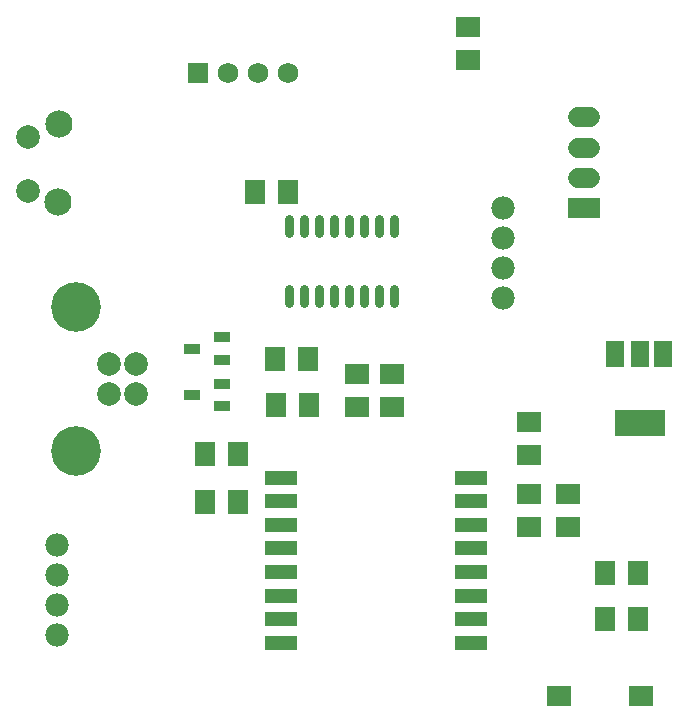
<source format=gts>
G04 Layer: TopSolderMaskLayer*
G04 EasyEDA v5.9.42, Sat, 09 Mar 2019 23:57:52 GMT*
G04 162059df4c4b4fe6933ecd086f83df09*
G04 Gerber Generator version 0.2*
G04 Scale: 100 percent, Rotated: No, Reflected: No *
G04 Dimensions in millimeters *
G04 leading zeros omitted , absolute positions ,3 integer and 3 decimal *
%FSLAX33Y33*%
%MOMM*%
G90*
G71D02*

%ADD37C,0.803199*%
%ADD38C,1.727200*%
%ADD39C,1.981200*%
%ADD40R,1.453210X0.903199*%
%ADD41C,2.003196*%
%ADD42C,4.203192*%
%ADD43R,2.703195X1.303198*%
%ADD44R,4.216400X2.209800*%
%ADD45R,1.498600X2.209800*%
%ADD46R,2.003196X1.803197*%
%ADD47R,1.803400X2.004060*%
%ADD48R,2.004060X1.803400*%
%ADD49C,2.303196*%
%ADD50R,1.727200X1.727200*%
%ADD51R,2.703195X1.727200*%

%LPD*%
G54D37*
G01X33669Y44211D02*
G01X33669Y45413D01*
G01X32399Y44211D02*
G01X32399Y45413D01*
G01X31129Y44211D02*
G01X31129Y45413D01*
G01X29859Y44211D02*
G01X29859Y45413D01*
G01X28589Y44211D02*
G01X28589Y45413D01*
G01X27319Y44211D02*
G01X27319Y45413D01*
G01X26049Y44211D02*
G01X26049Y45413D01*
G01X24779Y44211D02*
G01X24779Y45413D01*
G01X33669Y38268D02*
G01X33669Y39469D01*
G01X32399Y38268D02*
G01X32399Y39469D01*
G01X31129Y38268D02*
G01X31129Y39469D01*
G01X29859Y38268D02*
G01X29859Y39469D01*
G01X28589Y38268D02*
G01X28589Y39469D01*
G01X27319Y38268D02*
G01X27319Y39469D01*
G01X26049Y38268D02*
G01X26049Y39469D01*
G01X24779Y38268D02*
G01X24779Y39469D01*
G54D38*
G01X50258Y51412D02*
G01X49280Y51412D01*
G01X50258Y48862D02*
G01X49280Y48862D01*
G01X50258Y54001D02*
G01X49280Y54001D01*
G54D39*
G01X42869Y38712D03*
G01X42869Y41252D03*
G01X42869Y43792D03*
G01X42869Y46332D03*
G54D40*
G01X16570Y30512D03*
G01X19069Y31462D03*
G01X19069Y29562D03*
G54D41*
G01X11800Y30600D03*
G01X11800Y33140D03*
G01X9514Y33140D03*
G01X9514Y30600D03*
G54D42*
G01X6720Y25774D03*
G01X6720Y37966D03*
G54D43*
G01X40198Y23499D03*
G01X40198Y21500D03*
G01X40198Y19498D03*
G01X40198Y17499D03*
G01X40198Y15498D03*
G01X40198Y13499D03*
G01X40198Y11500D03*
G01X40198Y9498D03*
G01X24100Y23499D03*
G01X24100Y21500D03*
G01X24100Y19498D03*
G01X24100Y17499D03*
G01X24100Y15498D03*
G01X24100Y13499D03*
G01X24100Y11500D03*
G01X24100Y9498D03*
G54D44*
G01X54469Y28113D03*
G54D45*
G01X54469Y33955D03*
G01X56451Y33980D03*
G01X52412Y33980D03*
G54D46*
G01X54599Y4999D03*
G01X47599Y4999D03*
G54D47*
G01X51498Y15402D03*
G01X54292Y15402D03*
G01X51520Y11513D03*
G01X54314Y11513D03*
G01X20421Y21411D03*
G01X17627Y21411D03*
G54D48*
G01X45100Y28197D03*
G01X45100Y25403D03*
G01X39925Y58814D03*
G01X39925Y61608D03*
G54D47*
G01X21871Y47710D03*
G01X24665Y47710D03*
G54D40*
G01X16590Y34425D03*
G01X19090Y35375D03*
G01X19090Y33475D03*
G54D47*
G01X23667Y29613D03*
G01X26461Y29613D03*
G01X23591Y33522D03*
G01X26385Y33522D03*
G54D48*
G01X33497Y32300D03*
G01X33497Y29506D03*
G01X30495Y32300D03*
G01X30495Y29506D03*
G54D39*
G01X5169Y10212D03*
G01X5169Y12752D03*
G01X5169Y15292D03*
G01X5169Y17832D03*
G54D47*
G01X17698Y25500D03*
G01X20492Y25500D03*
G54D48*
G01X48418Y22112D03*
G01X48418Y19318D03*
G01X45095Y22100D03*
G01X45095Y19306D03*
G54D49*
G01X5192Y46824D03*
G01X5292Y53424D03*
G54D41*
G01X2692Y52324D03*
G01X2692Y47724D03*
G54D38*
G01X24711Y57724D03*
G01X22171Y57724D03*
G01X19631Y57724D03*
G54D50*
G01X17091Y57724D03*
G54D51*
G01X49769Y46313D03*
M00*
M02*

</source>
